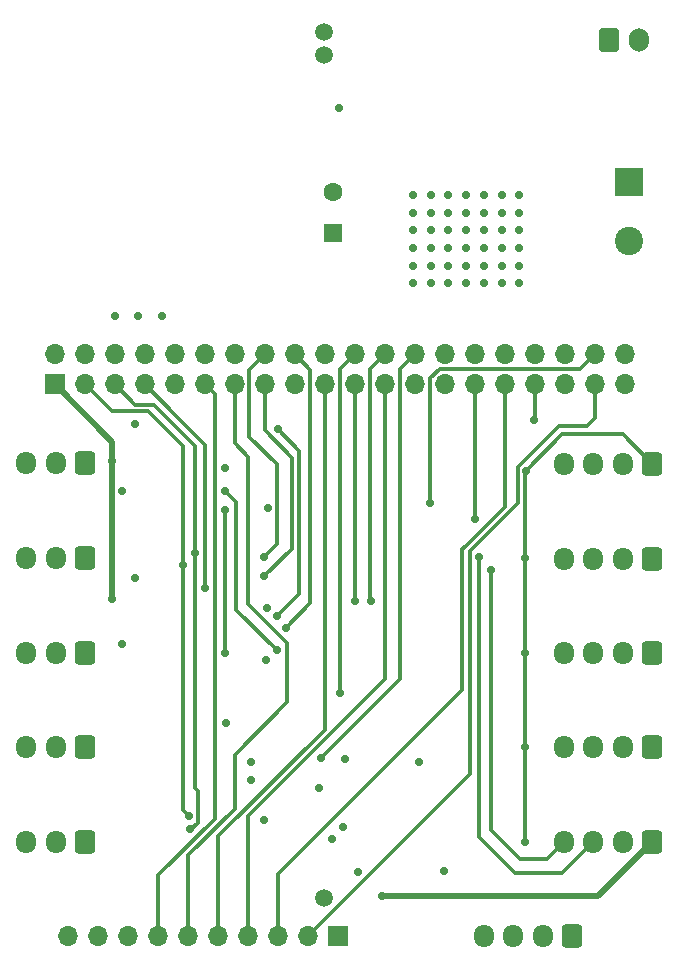
<source format=gbr>
%TF.GenerationSoftware,KiCad,Pcbnew,(6.0.9-0)*%
%TF.CreationDate,2023-01-29T21:41:41+00:00*%
%TF.ProjectId,FiringPi,46697269-6e67-4506-992e-6b696361645f,rev?*%
%TF.SameCoordinates,Original*%
%TF.FileFunction,Copper,L4,Bot*%
%TF.FilePolarity,Positive*%
%FSLAX46Y46*%
G04 Gerber Fmt 4.6, Leading zero omitted, Abs format (unit mm)*
G04 Created by KiCad (PCBNEW (6.0.9-0)) date 2023-01-29 21:41:41*
%MOMM*%
%LPD*%
G01*
G04 APERTURE LIST*
G04 Aperture macros list*
%AMRoundRect*
0 Rectangle with rounded corners*
0 $1 Rounding radius*
0 $2 $3 $4 $5 $6 $7 $8 $9 X,Y pos of 4 corners*
0 Add a 4 corners polygon primitive as box body*
4,1,4,$2,$3,$4,$5,$6,$7,$8,$9,$2,$3,0*
0 Add four circle primitives for the rounded corners*
1,1,$1+$1,$2,$3*
1,1,$1+$1,$4,$5*
1,1,$1+$1,$6,$7*
1,1,$1+$1,$8,$9*
0 Add four rect primitives between the rounded corners*
20,1,$1+$1,$2,$3,$4,$5,0*
20,1,$1+$1,$4,$5,$6,$7,0*
20,1,$1+$1,$6,$7,$8,$9,0*
20,1,$1+$1,$8,$9,$2,$3,0*%
G04 Aperture macros list end*
%TA.AperFunction,ComponentPad*%
%ADD10R,2.400000X2.400000*%
%TD*%
%TA.AperFunction,ComponentPad*%
%ADD11C,2.400000*%
%TD*%
%TA.AperFunction,ComponentPad*%
%ADD12RoundRect,0.250000X0.600000X0.725000X-0.600000X0.725000X-0.600000X-0.725000X0.600000X-0.725000X0*%
%TD*%
%TA.AperFunction,ComponentPad*%
%ADD13O,1.700000X1.950000*%
%TD*%
%TA.AperFunction,ComponentPad*%
%ADD14RoundRect,0.250000X-0.600000X-0.750000X0.600000X-0.750000X0.600000X0.750000X-0.600000X0.750000X0*%
%TD*%
%TA.AperFunction,ComponentPad*%
%ADD15O,1.700000X2.000000*%
%TD*%
%TA.AperFunction,ComponentPad*%
%ADD16R,1.700000X1.700000*%
%TD*%
%TA.AperFunction,ComponentPad*%
%ADD17O,1.700000X1.700000*%
%TD*%
%TA.AperFunction,ComponentPad*%
%ADD18C,1.600000*%
%TD*%
%TA.AperFunction,ComponentPad*%
%ADD19R,1.600000X1.600000*%
%TD*%
%TA.AperFunction,ViaPad*%
%ADD20C,0.700000*%
%TD*%
%TA.AperFunction,ViaPad*%
%ADD21C,1.500000*%
%TD*%
%TA.AperFunction,Conductor*%
%ADD22C,0.300000*%
%TD*%
%TA.AperFunction,Conductor*%
%ADD23C,0.500000*%
%TD*%
G04 APERTURE END LIST*
D10*
%TO.P,C1,1*%
%TO.N,+24V*%
X81500000Y-40176041D03*
D11*
%TO.P,C1,2*%
%TO.N,GND*%
X81500000Y-45176041D03*
%TD*%
D12*
%TO.P,J12,1,Pin_1*%
%TO.N,RX*%
X35500000Y-63975000D03*
D13*
%TO.P,J12,2,Pin_2*%
%TO.N,TX*%
X33000000Y-63975000D03*
%TO.P,J12,3,Pin_3*%
%TO.N,GND*%
X30500000Y-63975000D03*
%TD*%
D12*
%TO.P,PT0,1,Pin_1*%
%TO.N,+3.3V*%
X83500000Y-64025000D03*
D13*
%TO.P,PT0,2,Pin_2*%
%TO.N,GND*%
X81000000Y-64025000D03*
%TO.P,PT0,3,Pin_3*%
%TO.N,SCL1*%
X78500000Y-64025000D03*
%TO.P,PT0,4,Pin_4*%
%TO.N,SDA1*%
X76000000Y-64025000D03*
%TD*%
D12*
%TO.P,PT6,1,Pin_1*%
%TO.N,+5V*%
X35500000Y-96000000D03*
D13*
%TO.P,PT6,2,Pin_2*%
%TO.N,GND*%
X33000000Y-96000000D03*
%TO.P,PT6,3,Pin_3*%
%TO.N,Net-(JP2-Pad2)*%
X30500000Y-96000000D03*
%TD*%
D12*
%TO.P,PT2,1,Pin_1*%
%TO.N,+3.3V*%
X83500000Y-80025000D03*
D13*
%TO.P,PT2,2,Pin_2*%
%TO.N,GND*%
X81000000Y-80025000D03*
%TO.P,PT2,3,Pin_3*%
%TO.N,SCL4*%
X78500000Y-80025000D03*
%TO.P,PT2,4,Pin_4*%
%TO.N,SDA4*%
X76000000Y-80025000D03*
%TD*%
D12*
%TO.P,LC0,1,Pin_1*%
%TO.N,Net-(C3-Pad1)*%
X76750000Y-104025000D03*
D13*
%TO.P,LC0,2,Pin_2*%
%TO.N,GND*%
X74250000Y-104025000D03*
%TO.P,LC0,3,Pin_3*%
%TO.N,Net-(LC0-Pad3)*%
X71750000Y-104025000D03*
%TO.P,LC0,4,Pin_4*%
%TO.N,Net-(LC0-Pad4)*%
X69250000Y-104025000D03*
%TD*%
D14*
%TO.P,24V1,1,Pin_1*%
%TO.N,+24V*%
X79871320Y-28096320D03*
D15*
%TO.P,24V1,2,Pin_2*%
%TO.N,GND*%
X82371320Y-28096320D03*
%TD*%
D12*
%TO.P,RTD0,1,Pin_1*%
%TO.N,Net-(RTD0-Pad1)*%
X35500000Y-72000000D03*
D13*
%TO.P,RTD0,2,Pin_2*%
%TO.N,Net-(C16-Pad1)*%
X33000000Y-72000000D03*
%TO.P,RTD0,3,Pin_3*%
%TO.N,Net-(C16-Pad2)*%
X30500000Y-72000000D03*
%TD*%
D12*
%TO.P,RTD1,1,Pin_1*%
%TO.N,Net-(RTD1-Pad1)*%
X35500000Y-80000000D03*
D13*
%TO.P,RTD1,2,Pin_2*%
%TO.N,Net-(C17-Pad1)*%
X33000000Y-80000000D03*
%TO.P,RTD1,3,Pin_3*%
%TO.N,Net-(C17-Pad2)*%
X30500000Y-80000000D03*
%TD*%
D12*
%TO.P,PT5,1,Pin_1*%
%TO.N,+5V*%
X35500000Y-87975000D03*
D13*
%TO.P,PT5,2,Pin_2*%
%TO.N,GND*%
X33000000Y-87975000D03*
%TO.P,PT5,3,Pin_3*%
%TO.N,Net-(JP1-Pad2)*%
X30500000Y-87975000D03*
%TD*%
D16*
%TO.P,RELAY1,1,Pin_1*%
%TO.N,GND*%
X56925000Y-104000000D03*
D17*
%TO.P,RELAY1,2,Pin_2*%
%TO.N,RLY0*%
X54385000Y-104000000D03*
%TO.P,RELAY1,3,Pin_3*%
%TO.N,RLY1*%
X51845000Y-104000000D03*
%TO.P,RELAY1,4,Pin_4*%
%TO.N,RLY2*%
X49305000Y-104000000D03*
%TO.P,RELAY1,5,Pin_5*%
%TO.N,RLY3*%
X46765000Y-104000000D03*
%TO.P,RELAY1,6,Pin_6*%
%TO.N,RLY4*%
X44225000Y-104000000D03*
%TO.P,RELAY1,7,Pin_7*%
%TO.N,RLY5*%
X41685000Y-104000000D03*
%TO.P,RELAY1,8,Pin_8*%
%TO.N,unconnected-(RELAY1-Pad8)*%
X39145000Y-104000000D03*
%TO.P,RELAY1,9,Pin_9*%
%TO.N,unconnected-(RELAY1-Pad9)*%
X36605000Y-104000000D03*
%TO.P,RELAY1,10,Pin_10*%
%TO.N,+5V*%
X34065000Y-104000000D03*
%TD*%
D12*
%TO.P,PT3,1,Pin_1*%
%TO.N,+3.3V*%
X83500000Y-88025000D03*
D13*
%TO.P,PT3,2,Pin_2*%
%TO.N,GND*%
X81000000Y-88025000D03*
%TO.P,PT3,3,Pin_3*%
%TO.N,SCL5*%
X78500000Y-88025000D03*
%TO.P,PT3,4,Pin_4*%
%TO.N,SDA5*%
X76000000Y-88025000D03*
%TD*%
D12*
%TO.P,PT1,1,Pin_1*%
%TO.N,+3.3V*%
X83500000Y-72050000D03*
D13*
%TO.P,PT1,2,Pin_2*%
%TO.N,GND*%
X81000000Y-72050000D03*
%TO.P,PT1,3,Pin_3*%
%TO.N,SCL3*%
X78500000Y-72050000D03*
%TO.P,PT1,4,Pin_4*%
%TO.N,SDA3*%
X76000000Y-72050000D03*
%TD*%
%TO.P,PT4,4,Pin_4*%
%TO.N,SDA6*%
X76000000Y-96025000D03*
%TO.P,PT4,3,Pin_3*%
%TO.N,SCL6*%
X78500000Y-96025000D03*
%TO.P,PT4,2,Pin_2*%
%TO.N,GND*%
X81000000Y-96025000D03*
D12*
%TO.P,PT4,1,Pin_1*%
%TO.N,+3.3V*%
X83500000Y-96025000D03*
%TD*%
D18*
%TO.P,C2,2*%
%TO.N,GND*%
X56500000Y-41000000D03*
D19*
%TO.P,C2,1*%
%TO.N,Net-(C2-Pad1)*%
X56500000Y-44500000D03*
%TD*%
D16*
%TO.P,P1,1,Pin_1*%
%TO.N,+3.3V*%
X32900000Y-57290000D03*
D17*
%TO.P,P1,2,Pin_2*%
%TO.N,+5V*%
X32900000Y-54750000D03*
%TO.P,P1,3,Pin_3*%
%TO.N,SDA1*%
X35440000Y-57290000D03*
%TO.P,P1,4,Pin_4*%
%TO.N,+5V*%
X35440000Y-54750000D03*
%TO.P,P1,5,Pin_5*%
%TO.N,SCL1*%
X37980000Y-57290000D03*
%TO.P,P1,6,Pin_6*%
%TO.N,GND*%
X37980000Y-54750000D03*
%TO.P,P1,7,Pin_7*%
%TO.N,SDA3*%
X40520000Y-57290000D03*
%TO.P,P1,8,Pin_8*%
%TO.N,TX*%
X40520000Y-54750000D03*
%TO.P,P1,9,Pin_9*%
%TO.N,GND*%
X43060000Y-57290000D03*
%TO.P,P1,10,Pin_10*%
%TO.N,RX*%
X43060000Y-54750000D03*
%TO.P,P1,11,Pin_11*%
%TO.N,RLY5*%
X45600000Y-57290000D03*
%TO.P,P1,12,Pin_12*%
%TO.N,unconnected-(P1-Pad12)*%
X45600000Y-54750000D03*
%TO.P,P1,13,Pin_13*%
%TO.N,RLY4*%
X48140000Y-57290000D03*
%TO.P,P1,14,Pin_14*%
%TO.N,GND*%
X48140000Y-54750000D03*
%TO.P,P1,15,Pin_15*%
%TO.N,SDA6*%
X50680000Y-57290000D03*
%TO.P,P1,16,Pin_16*%
%TO.N,SCL6*%
X50680000Y-54750000D03*
%TO.P,P1,17,Pin_17*%
%TO.N,+3.3V*%
X53220000Y-57290000D03*
%TO.P,P1,18,Pin_18*%
%TO.N,CS1*%
X53220000Y-54750000D03*
%TO.P,P1,19,Pin_19*%
%TO.N,RLY3*%
X55760000Y-57290000D03*
%TO.P,P1,20,Pin_20*%
%TO.N,GND*%
X55760000Y-54750000D03*
%TO.P,P1,21,Pin_21*%
%TO.N,SCL4*%
X58300000Y-57290000D03*
%TO.P,P1,22,Pin_22*%
%TO.N,LC_CLK*%
X58300000Y-54750000D03*
%TO.P,P1,23,Pin_23*%
%TO.N,RLY2*%
X60840000Y-57290000D03*
%TO.P,P1,24,Pin_24*%
%TO.N,SDA4*%
X60840000Y-54750000D03*
%TO.P,P1,25,Pin_25*%
%TO.N,GND*%
X63380000Y-57290000D03*
%TO.P,P1,26,Pin_26*%
%TO.N,LC_DAT*%
X63380000Y-54750000D03*
%TO.P,P1,27,Pin_27*%
%TO.N,unconnected-(P1-Pad27)*%
X65920000Y-57290000D03*
%TO.P,P1,28,Pin_28*%
%TO.N,unconnected-(P1-Pad28)*%
X65920000Y-54750000D03*
%TO.P,P1,29,Pin_29*%
%TO.N,SCL3*%
X68460000Y-57290000D03*
%TO.P,P1,30,Pin_30*%
%TO.N,GND*%
X68460000Y-54750000D03*
%TO.P,P1,31,Pin_31*%
%TO.N,RLY1*%
X71000000Y-57290000D03*
%TO.P,P1,32,Pin_32*%
%TO.N,SDA5*%
X71000000Y-54750000D03*
%TO.P,P1,33,Pin_33*%
%TO.N,SCL5*%
X73540000Y-57290000D03*
%TO.P,P1,34,Pin_34*%
%TO.N,GND*%
X73540000Y-54750000D03*
%TO.P,P1,35,Pin_35*%
%TO.N,MISO*%
X76080000Y-57290000D03*
%TO.P,P1,36,Pin_36*%
%TO.N,CS0*%
X76080000Y-54750000D03*
%TO.P,P1,37,Pin_37*%
%TO.N,RLY0*%
X78620000Y-57290000D03*
%TO.P,P1,38,Pin_38*%
%TO.N,MOSI*%
X78620000Y-54750000D03*
%TO.P,P1,39,Pin_39*%
%TO.N,GND*%
X81160000Y-57290000D03*
%TO.P,P1,40,Pin_40*%
%TO.N,SCLK*%
X81160000Y-54750000D03*
%TD*%
D20*
%TO.N,GND*%
X65850000Y-98500000D03*
X72250000Y-41250000D03*
X55250000Y-91500000D03*
X58600000Y-98600000D03*
X72250000Y-44250000D03*
X69250000Y-44250000D03*
X67750000Y-45750000D03*
D21*
X55750000Y-100750000D03*
D20*
X66250000Y-44250000D03*
X63250000Y-42750000D03*
X72250000Y-42750000D03*
X70750000Y-47250000D03*
X70750000Y-48750000D03*
X50800000Y-80600000D03*
X64750000Y-41250000D03*
X66250000Y-41250000D03*
X38650000Y-79300000D03*
X57500000Y-89000000D03*
X67750000Y-44250000D03*
X66250000Y-45750000D03*
X70750000Y-45750000D03*
X56400000Y-95800000D03*
X69250000Y-41250000D03*
X63250000Y-48750000D03*
X38650000Y-66300000D03*
X66250000Y-42750000D03*
X72250000Y-47250000D03*
X70750000Y-42750000D03*
X49550000Y-89250000D03*
X70750000Y-44250000D03*
X66250000Y-48750000D03*
X69250000Y-42750000D03*
X69250000Y-47250000D03*
X57000000Y-33900000D03*
X64750000Y-48750000D03*
X47371000Y-64400000D03*
X69250000Y-45750000D03*
X47390500Y-86000000D03*
X64750000Y-44250000D03*
X50925000Y-76250000D03*
X72250000Y-48750000D03*
X67750000Y-42750000D03*
X63250000Y-45750000D03*
X63750000Y-89250000D03*
X67750000Y-41250000D03*
X67750000Y-48750000D03*
X69250000Y-48750000D03*
X67750000Y-47250000D03*
D21*
X55675000Y-27425000D03*
D20*
X63250000Y-44250000D03*
X70750000Y-41250000D03*
X39750000Y-73700000D03*
X64750000Y-45750000D03*
X63250000Y-41250000D03*
X51000000Y-67800000D03*
X64750000Y-42750000D03*
D21*
X55675000Y-29425000D03*
D20*
X64750000Y-47250000D03*
X72250000Y-45750000D03*
X66250000Y-47250000D03*
X63250000Y-47250000D03*
X39750000Y-60650000D03*
%TO.N,+3.3V*%
X72800000Y-64600000D03*
X72750000Y-72000000D03*
X37750000Y-75500000D03*
X72750000Y-80000000D03*
X72750000Y-96000000D03*
X37750000Y-63750000D03*
X60600000Y-100600000D03*
X72750000Y-88000000D03*
%TO.N,+5V*%
X38000000Y-51500000D03*
X42000000Y-51500000D03*
X40000000Y-51500000D03*
X49550000Y-90750000D03*
X57300000Y-94750000D03*
X50600000Y-94200000D03*
%TO.N,LC_CLK*%
X57100000Y-83450000D03*
%TO.N,LC_DAT*%
X55500000Y-88900000D03*
%TO.N,SCL1*%
X44375000Y-94975000D03*
X44750000Y-71575000D03*
%TO.N,SDA1*%
X44249500Y-93800000D03*
X43750000Y-72550000D03*
%TO.N,SCL3*%
X68500000Y-68700000D03*
%TO.N,SDA3*%
X45680000Y-74560000D03*
%TO.N,SCL4*%
X58300000Y-75600000D03*
%TO.N,SDA4*%
X59700000Y-75600000D03*
%TO.N,SCL5*%
X73500000Y-60300000D03*
%TO.N,SCL6*%
X68820000Y-71900000D03*
X50673000Y-71882000D03*
%TO.N,SDA6*%
X50673000Y-73533000D03*
X69850000Y-73000000D03*
%TO.N,CS1*%
X52500000Y-77900000D03*
%TO.N,MISO*%
X51800000Y-61100000D03*
X51700000Y-76900000D03*
%TO.N,MOSI*%
X47300000Y-67945000D03*
X47300000Y-80000000D03*
X64700000Y-67325000D03*
%TO.N,SCLK*%
X51700000Y-79800000D03*
X47371000Y-66294000D03*
%TD*%
D22*
%TO.N,+3.3V*%
X72750000Y-72000000D02*
X72750000Y-64650000D01*
D23*
X78925000Y-100600000D02*
X83500000Y-96025000D01*
D22*
X75887500Y-61512500D02*
X80987500Y-61512500D01*
X80987500Y-61512500D02*
X83500000Y-64025000D01*
D23*
X60600000Y-100600000D02*
X78925000Y-100600000D01*
D22*
X72800000Y-64600000D02*
X75887500Y-61512500D01*
X72750000Y-88000000D02*
X72750000Y-96000000D01*
D23*
X37750000Y-62140000D02*
X37750000Y-63750000D01*
D22*
X72750000Y-80000000D02*
X72750000Y-88000000D01*
D23*
X37750000Y-75500000D02*
X37750000Y-63750000D01*
X32900000Y-57290000D02*
X37750000Y-62140000D01*
D22*
X72750000Y-72000000D02*
X72750000Y-80000000D01*
X72750000Y-64650000D02*
X72800000Y-64600000D01*
%TO.N,LC_CLK*%
X57100000Y-83300000D02*
X57100000Y-55950000D01*
X57100000Y-55950000D02*
X58300000Y-54750000D01*
%TO.N,LC_DAT*%
X63380000Y-54750000D02*
X62180000Y-55950000D01*
X62180000Y-82220000D02*
X55500000Y-88900000D01*
X62180000Y-55950000D02*
X62180000Y-82220000D01*
%TO.N,RLY0*%
X54385000Y-104000000D02*
X68070000Y-90315000D01*
X78000000Y-60800000D02*
X75750000Y-60800000D01*
X68070000Y-71380000D02*
X72100000Y-67350000D01*
X78620000Y-57290000D02*
X78620000Y-60180000D01*
X68070000Y-90315000D02*
X68070000Y-71380000D01*
X75610050Y-60800000D02*
X75750000Y-60800000D01*
X72100000Y-64310050D02*
X75610050Y-60800000D01*
X72100000Y-67350000D02*
X72100000Y-64310050D01*
X78620000Y-60180000D02*
X78000000Y-60800000D01*
%TO.N,RLY1*%
X67400000Y-83200000D02*
X51845000Y-98755000D01*
X71000000Y-57290000D02*
X71000000Y-67650000D01*
X67400000Y-83200000D02*
X67400000Y-71250000D01*
X67400000Y-71250000D02*
X67700000Y-70950000D01*
X51845000Y-98755000D02*
X51845000Y-104000000D01*
X71000000Y-67650000D02*
X67700000Y-70950000D01*
X67700000Y-70950000D02*
X67570000Y-71080000D01*
%TO.N,RLY2*%
X60840000Y-82260000D02*
X49305000Y-93795000D01*
X49305000Y-93795000D02*
X49305000Y-104000000D01*
X60840000Y-57290000D02*
X60840000Y-82260000D01*
%TO.N,RLY3*%
X55760000Y-86540000D02*
X46765000Y-95535000D01*
X55760000Y-57290000D02*
X55760000Y-86540000D01*
X46765000Y-95535000D02*
X46765000Y-104000000D01*
%TO.N,RLY4*%
X48140000Y-93260000D02*
X48140000Y-88660000D01*
X49300000Y-75900000D02*
X49300000Y-63400000D01*
X48140000Y-62240000D02*
X48140000Y-57290000D01*
X44225000Y-97175000D02*
X48140000Y-93260000D01*
X52600000Y-79200000D02*
X49300000Y-75900000D01*
X48140000Y-88660000D02*
X52600000Y-84200000D01*
X52600000Y-84200000D02*
X52600000Y-79200000D01*
X44225000Y-104000000D02*
X44225000Y-97175000D01*
X49300000Y-63400000D02*
X48140000Y-62240000D01*
%TO.N,RLY5*%
X41685000Y-98815000D02*
X41685000Y-104000000D01*
X46450000Y-58140000D02*
X46450000Y-94050000D01*
X46450000Y-94050000D02*
X41685000Y-98815000D01*
X45600000Y-57290000D02*
X46450000Y-58140000D01*
%TO.N,SCL1*%
X44750000Y-62475000D02*
X44750000Y-71575000D01*
X44450000Y-94975000D02*
X44375000Y-94975000D01*
X45025000Y-91725000D02*
X45025000Y-94400000D01*
X41300000Y-59025000D02*
X44750000Y-62475000D01*
X39715000Y-59025000D02*
X41300000Y-59025000D01*
X44750000Y-91450000D02*
X45025000Y-91725000D01*
X44750000Y-71575000D02*
X44750000Y-91450000D01*
X45025000Y-94400000D02*
X44450000Y-94975000D01*
X37980000Y-57290000D02*
X39715000Y-59025000D01*
%TO.N,SDA1*%
X44249500Y-93799500D02*
X43750000Y-93300000D01*
X37725000Y-59575000D02*
X35440000Y-57290000D01*
X43750000Y-62500000D02*
X40825000Y-59575000D01*
X43750000Y-93300000D02*
X43750000Y-72350000D01*
X43750000Y-72350000D02*
X43750000Y-62500000D01*
X44249500Y-93800000D02*
X44249500Y-93799500D01*
X40825000Y-59575000D02*
X37725000Y-59575000D01*
%TO.N,SCL3*%
X68460000Y-68660000D02*
X68500000Y-68700000D01*
X68460000Y-57290000D02*
X68460000Y-68660000D01*
%TO.N,SDA3*%
X45680000Y-62450000D02*
X43140000Y-59910000D01*
X45680000Y-74560000D02*
X45680000Y-62450000D01*
X40520000Y-57290000D02*
X43140000Y-59910000D01*
%TO.N,SCL4*%
X58300000Y-75600000D02*
X58300000Y-57290000D01*
%TO.N,SDA4*%
X60840000Y-54750000D02*
X59640000Y-55950000D01*
X59640000Y-75540000D02*
X59700000Y-75600000D01*
X59640000Y-55950000D02*
X59640000Y-75540000D01*
%TO.N,SCL5*%
X73540000Y-60260000D02*
X73500000Y-60300000D01*
X73540000Y-57290000D02*
X73540000Y-60260000D01*
%TO.N,SCL6*%
X51750000Y-70805000D02*
X50673000Y-71882000D01*
X71870000Y-98640000D02*
X68850000Y-95620000D01*
X68820000Y-95590000D02*
X68820000Y-71900000D01*
X49403000Y-61722000D02*
X51750000Y-64069000D01*
X49403000Y-56073000D02*
X49403000Y-61722000D01*
X49380000Y-56050000D02*
X49403000Y-56073000D01*
X78500000Y-96025000D02*
X75885000Y-98640000D01*
X51750000Y-64069000D02*
X51750000Y-70805000D01*
X75885000Y-98640000D02*
X71870000Y-98640000D01*
X50680000Y-54750000D02*
X49380000Y-56050000D01*
X68850000Y-95620000D02*
X68820000Y-95590000D01*
%TO.N,SDA6*%
X53000000Y-63500000D02*
X50680000Y-61180000D01*
X69850000Y-95000000D02*
X72300000Y-97450000D01*
X74575000Y-97450000D02*
X72300000Y-97450000D01*
X76000000Y-96025000D02*
X74575000Y-97450000D01*
X50680000Y-61180000D02*
X50680000Y-57290000D01*
X69850000Y-73000000D02*
X69850000Y-95000000D01*
X50673000Y-73533000D02*
X53000000Y-71206000D01*
X53000000Y-71206000D02*
X53000000Y-63500000D01*
%TO.N,CS1*%
X54560000Y-56090000D02*
X54560000Y-75840000D01*
X53220000Y-54750000D02*
X54560000Y-56090000D01*
X54560000Y-75840000D02*
X52500000Y-77900000D01*
%TO.N,MISO*%
X51700000Y-76900000D02*
X53600000Y-75000000D01*
X53600000Y-75000000D02*
X53600000Y-62900000D01*
X53600000Y-62900000D02*
X51800000Y-61100000D01*
%TO.N,MOSI*%
X47300000Y-67945000D02*
X47300000Y-80000000D01*
X77420000Y-55950000D02*
X65562943Y-55950000D01*
X64720000Y-67305000D02*
X64700000Y-67325000D01*
X64720000Y-56792943D02*
X64720000Y-67305000D01*
X64806472Y-56706472D02*
X64720000Y-56792943D01*
X65562943Y-55950000D02*
X64806472Y-56706472D01*
X78620000Y-54750000D02*
X77420000Y-55950000D01*
X64720000Y-56792943D02*
X65562943Y-55950000D01*
%TO.N,SCLK*%
X48300000Y-76400000D02*
X48300000Y-67223000D01*
X51700000Y-79800000D02*
X48300000Y-76400000D01*
X48300000Y-67223000D02*
X47371000Y-66294000D01*
%TD*%
M02*

</source>
